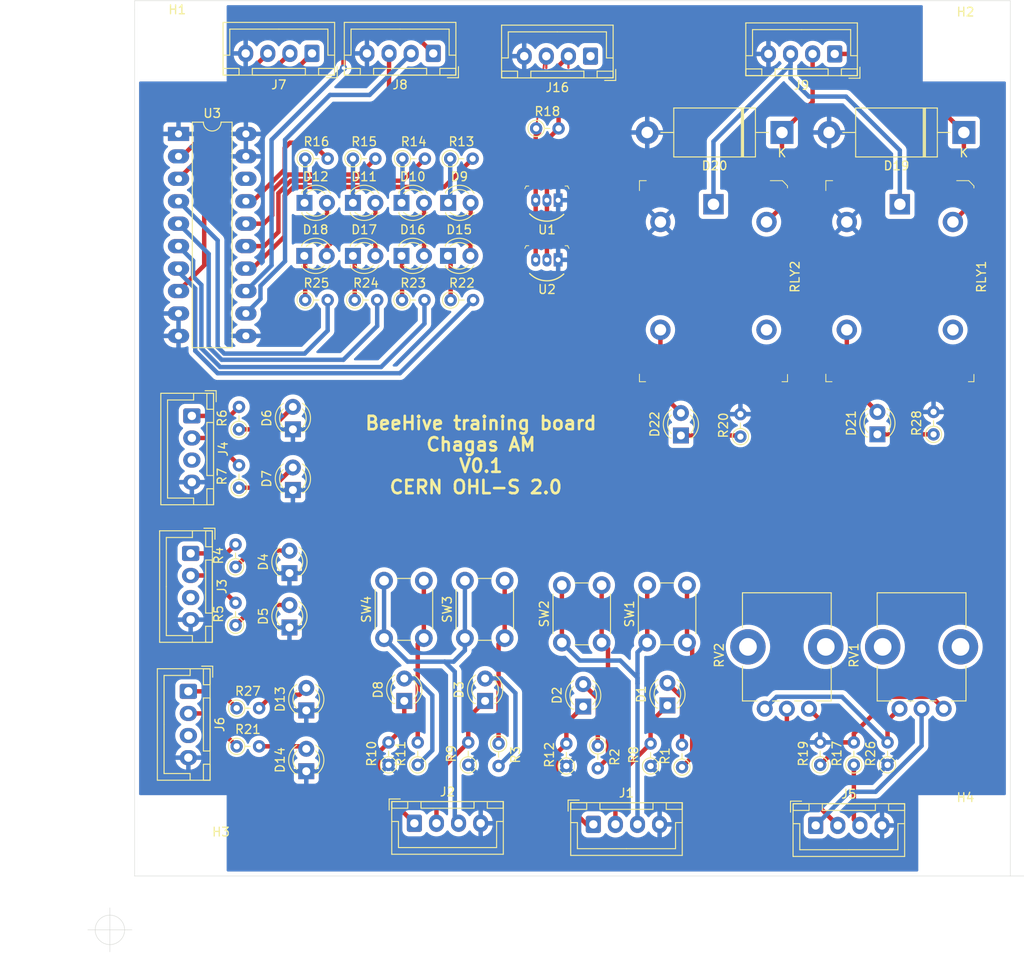
<source format=kicad_pcb>
(kicad_pcb (version 20211014) (generator pcbnew)
  (layers (0 "F.Cu" signal) (31 "B.Cu" signal) (34 "B.Paste" user) (35 "F.Paste" user) (36 "B.SilkS" user "B.Silkscreen") (37 "F.SilkS" user "F.Silkscreen") (38 "B.Mask" user) (39 "F.Mask" user) (44 "Edge.Cuts" user))
  (net 0 "")
  (net 1 "Net-(D1-Pad1)")
  (net 2 "Net-(D2-Pad1)")
  (net 3 "Net-(D2-Pad2)")
  (net 4 "Net-(D3-Pad1)")
  (net 5 "Net-(D3-Pad2)")
  (net 6 "GND")
  (net 7 "Net-(D4-Pad2)")
  (net 8 "Net-(D5-Pad2)")
  (net 9 "Net-(D6-Pad2)")
  (net 10 "Net-(D7-Pad2)")
  (net 11 "Net-(D8-Pad1)")
  (net 12 "Net-(D8-Pad2)")
  (net 13 "Net-(D9-Pad1)")
  (net 14 "Net-(D11-Pad1)")
  (net 15 "Net-(D13-Pad2)")
  (net 16 "Net-(J6-Pad2)")
  (net 17 "Net-(J6-Pad1)")
  (net 18 "Net-(D14-Pad2)")
  (net 19 "Net-(D15-Pad1)")
  (net 20 "Net-(D16-Pad1)")
  (net 21 "Net-(D17-Pad1)")
  (net 22 "+5V")
  (net 23 "Net-(J3-Pad2)")
  (net 24 "Net-(J3-Pad1)")
  (net 25 "Net-(J4-Pad1)")
  (net 26 "Net-(J4-Pad2)")
  (net 27 "Net-(J5-Pad1)")
  (net 28 "Net-(J5-Pad2)")
  (net 29 "Net-(J7-Pad1)")
  (net 30 "Net-(J8-Pad1)")
  (net 31 "Net-(R1-Pad1)")
  (net 32 "Net-(R2-Pad2)")
  (net 33 "Net-(R17-Pad2)")
  (net 35 "Net-(J16-Pad2)")
  (net 36 "Net-(R26-Pad2)")
  (net 39 "Net-(D1-Pad2)")
  (net 40 "Net-(D21-Pad1)")
  (net 41 "Net-(D21-Pad2)")
  (net 42 "Net-(D22-Pad2)")
  (net 43 "Net-(D22-Pad1)")
  (net 44 "Net-(J7-Pad2)")
  (net 45 "Net-(J8-Pad2)")
  (net 47 "Net-(R14-Pad1)")
  (net 48 "Net-(R16-Pad1)")
  (net 49 "Net-(R3-Pad1)")
  (net 50 "Net-(R11-Pad2)")
  (net 51 "Net-(D19-Pad1)")
  (net 52 "Net-(D20-Pad1)")
  (net 53 "Net-(R25-Pad1)")
  (net 54 "Net-(U3-Pad14)")
  (net 55 "Net-(U3-Pad15)")
  (net 56 "Net-(U3-Pad16)")
  (net 57 "Net-(U3-Pad17)")
  (net 58 "Net-(U3-Pad7)")
  (net 59 "Net-(U3-Pad6)")
  (net 60 "Net-(R24-Pad2)")
  (net 61 "Net-(U3-Pad4)")
  (footprint "LED_THT:LED_D3.0mm" (layer "F.Cu") (at 97.099 100.076 90)
    (fp_text reference "D1")
    (fp_text value "LED")
  )
  (footprint "LED_THT:LED_D3.0mm" (layer "F.Cu") (at 76.478 99.568 90)
    (fp_text reference "D3")
    (fp_text value "LED")
  )
  (footprint "LED_THT:LED_D3.0mm" (layer "F.Cu") (at 54.346 85.103 90)
    (fp_text reference "D4")
    (fp_text value "LED")
  )
  (footprint "LED_THT:LED_D3.0mm" (layer "F.Cu") (at 54.346 91.254 90)
    (fp_text reference "D5")
    (fp_text value "LED")
  )
  (footprint "LED_THT:LED_D3.0mm" (layer "F.Cu") (at 54.737 68.834 90)
    (fp_text reference "D6")
    (fp_text value "LED")
  )
  (footprint "LED_THT:LED_D3.0mm" (layer "F.Cu") (at 54.737 75.692 90)
    (fp_text reference "D7")
    (fp_text value "LED")
  )
  (footprint "LED_THT:LED_D3.0mm" (layer "F.Cu") (at 67.334 99.568 90)
    (fp_text reference "D8")
    (fp_text value "LED")
  )
  (footprint "LED_THT:LED_D3.0mm" (layer "F.Cu") (at 72.3 43.2)
    (fp_text reference "D9")
    (fp_text value "LED")
  )
  (footprint "LED_THT:LED_D3.0mm" (layer "F.Cu") (at 67.025 43.2)
    (fp_text reference "D10")
    (fp_text value "LED")
  )
  (footprint "LED_THT:LED_D3.0mm" (layer "F.Cu") (at 61.525 43.2)
    (fp_text reference "D11")
    (fp_text value "LED")
  )
  (footprint "LED_THT:LED_D3.0mm" (layer "F.Cu") (at 56.05 43.2)
    (fp_text reference "D12")
    (fp_text value "LED")
  )
  (footprint "LED_THT:LED_D3.0mm" (layer "F.Cu") (at 56.25 100.642 90)
    (fp_text reference "D13")
    (fp_text value "LED")
  )
  (footprint "LED_THT:LED_D3.0mm" (layer "F.Cu") (at 56.25 107.525 90)
    (fp_text reference "D14")
    (fp_text value "LED")
  )
  (footprint "LED_THT:LED_D3.0mm" (layer "F.Cu") (at 72.275 49.2)
    (fp_text reference "D15")
    (fp_text value "LED")
  )
  (footprint "LED_THT:LED_D3.0mm" (layer "F.Cu") (at 67.025 49.2)
    (fp_text reference "D16")
    (fp_text value "LED")
  )
  (footprint "LED_THT:LED_D3.0mm" (layer "F.Cu") (at 61.525 49.2)
    (fp_text reference "D17")
    (fp_text value "LED")
  )
  (footprint "LED_THT:LED_D3.0mm" (layer "F.Cu") (at 56.025 49.2)
    (fp_text reference "D18")
    (fp_text value "LED")
  )
  (footprint "Connector_JST:JST_XH_B4B-XH-A_1x04_P2.50mm_Vertical" (layer "F.Cu") (at 88.717 113.538)
    (fp_text reference "J1")
    (fp_text value "Conn_01x04")
  )
  (footprint "Connector_JST:JST_XH_B4B-XH-A_1x04_P2.50mm_Vertical" (layer "F.Cu") (at 68.477 113.411)
    (fp_text reference "J2")
    (fp_text value "Conn_01x04")
  )
  (footprint "Connector_JST:JST_XH_B4B-XH-A_1x04_P2.50mm_Vertical" (layer "F.Cu") (at 43.17 82.872 -90)
    (fp_text reference "J3")
    (fp_text value "Conn_01x04")
  )
  (footprint "Connector_JST:JST_XH_B4B-XH-A_1x04_P2.50mm_Vertical" (layer "F.Cu") (at 43.307 67.31 -90)
    (fp_text reference "J4")
    (fp_text value "Conn_01x04")
  )
  (footprint "Connector_JST:JST_XH_B4B-XH-A_1x04_P2.50mm_Vertical" (layer "F.Cu") (at 113.869999 113.657999)
    (fp_text reference "J5")
    (fp_text value "Conn_01x04")
  )
  (footprint "Resistor_THT:R_Axial_DIN0204_L3.6mm_D1.6mm_P2.54mm_Vertical" (layer "F.Cu") (at 98.75 107.061 90)
    (fp_text reference "R1")
    (fp_text value "220")
  )
  (footprint "Resistor_THT:R_Axial_DIN0204_L3.6mm_D1.6mm_P2.54mm_Vertical" (layer "F.Cu") (at 89.225 104.648 -90)
    (fp_text reference "R2")
    (fp_text value "220")
  )
  (footprint "Resistor_THT:R_Axial_DIN0204_L3.6mm_D1.6mm_P2.54mm_Vertical" (layer "F.Cu") (at 78.002 104.394 -90)
    (fp_text reference "R3")
    (fp_text value "220")
  )
  (footprint "Resistor_THT:R_Axial_DIN0204_L3.6mm_D1.6mm_P2.54mm_Vertical" (layer "F.Cu") (at 48.25 84.396 90)
    (fp_text reference "R4")
    (fp_text value "220")
  )
  (footprint "Resistor_THT:R_Axial_DIN0204_L3.6mm_D1.6mm_P2.54mm_Vertical" (layer "F.Cu") (at 48.25 91 90)
    (fp_text reference "R5")
    (fp_text value "220")
  )
  (footprint "Resistor_THT:R_Axial_DIN0204_L3.6mm_D1.6mm_P2.54mm_Vertical" (layer "F.Cu") (at 48.641 68.834 90)
    (fp_text reference "R6")
    (fp_text value "220")
  )
  (footprint "Resistor_THT:R_Axial_DIN0204_L3.6mm_D1.6mm_P2.54mm_Vertical" (layer "F.Cu") (at 48.641 75.438 90)
    (fp_text reference "R7")
    (fp_text value "220")
  )
  (footprint "Resistor_THT:R_Axial_DIN0204_L3.6mm_D1.6mm_P2.54mm_Vertical" (layer "F.Cu") (at 95.194 106.934 90)
    (fp_text reference "R8")
    (fp_text value "1k")
  )
  (footprint "Resistor_THT:R_Axial_DIN0204_L3.6mm_D1.6mm_P2.54mm_Vertical" (layer "F.Cu") (at 74.573 106.807 90)
    (fp_text reference "R9")
    (fp_text value "1k")
  )
  (footprint "Resistor_THT:R_Axial_DIN0204_L3.6mm_D1.6mm_P2.54mm_Vertical" (layer "F.Cu") (at 65.556 106.807 90)
    (fp_text reference "R10")
    (fp_text value "1k")
  )
  (footprint "Resistor_THT:R_Axial_DIN0204_L3.6mm_D1.6mm_P2.54mm_Vertical" (layer "F.Cu") (at 68.858 106.807 90)
    (fp_text reference "R11")
    (fp_text value "220")
  )
  (footprint "Resistor_THT:R_Axial_DIN0204_L3.6mm_D1.6mm_P2.54mm_Vertical" (layer "F.Cu") (at 85.669 106.934 90)
    (fp_text reference "R12")
    (fp_text value "1k")
  )
  (footprint "Resistor_THT:R_Axial_DIN0204_L3.6mm_D1.6mm_P2.54mm_Vertical" (layer "F.Cu") (at 72.53 38.2)
    (fp_text reference "R13")
    (fp_text value "560")
  )
  (footprint "Resistor_THT:R_Axial_DIN0204_L3.6mm_D1.6mm_P2.54mm_Vertical" (layer "F.Cu") (at 67.13 38.2)
    (fp_text reference "R14")
    (fp_text value "560")
  )
  (footprint "Resistor_THT:R_Axial_DIN0204_L3.6mm_D1.6mm_P2.54mm_Vertical" (layer "F.Cu") (at 61.53 38.2)
    (fp_text reference "R15")
    (fp_text value "560")
  )
  (footprint "Resistor_THT:R_Axial_DIN0204_L3.6mm_D1.6mm_P2.54mm_Vertical" (layer "F.Cu") (at 56.13 38.2)
    (fp_text reference "R16")
    (fp_text value "560")
  )
  (footprint "Resistor_THT:R_Axial_DIN0204_L3.6mm_D1.6mm_P2.54mm_Vertical" (layer "F.Cu") (at 118.187999 106.799999 90)
    (fp_text reference "R17")
    (fp_text value "220")
  )
  (footprint "Resistor_THT:R_Axial_DIN0204_L3.6mm_D1.6mm_P2.54mm_Vertical" (layer "F.Cu") (at 82.249 34.775)
    (fp_text reference "R18")
    (fp_text value "4.7k")
  )
  (footprint "Resistor_THT:R_Axial_DIN0204_L3.6mm_D1.6mm_P2.54mm_Vertical" (layer "F.Cu") (at 114.377999 106.799999 90)
    (fp_text reference "R19")
    (fp_text value "330")
  )
  (footprint "Resistor_THT:R_Axial_DIN0204_L3.6mm_D1.6mm_P2.54mm_Vertical" (layer "F.Cu") (at 105.356 69.654 90)
    (fp_text reference "R20")
    (fp_text value "560")
  )
  (footprint "Resistor_THT:R_Axial_DIN0204_L3.6mm_D1.6mm_P2.54mm_Vertical" (layer "F.Cu") (at 48.376 104.706)
    (fp_text reference "R21")
    (fp_text value "560")
  )
  (footprint "Resistor_THT:R_Axial_DIN0204_L3.6mm_D1.6mm_P2.54mm_Vertical" (layer "F.Cu") (at 72.58 54.2)
    (fp_text reference "R22")
    (fp_text value "560")
  )
  (footprint "Resistor_THT:R_Axial_DIN0204_L3.6mm_D1.6mm_P2.54mm_Vertical" (layer "F.Cu") (at 67.08 54.2)
    (fp_text reference "R23")
    (fp_text value "560")
  )
  (footprint "Resistor_THT:R_Axial_DIN0204_L3.6mm_D1.6mm_P2.54mm_Vertical" (layer "F.Cu") (at 61.73 54.2)
    (fp_text reference "R24")
    (fp_text value "560")
  )
  (footprint "Resistor_THT:R_Axial_DIN0204_L3.6mm_D1.6mm_P2.54mm_Vertical" (layer "F.Cu") (at 56.13 54.2)
    (fp_text reference "R25")
    (fp_text value "560")
  )
  (footprint "Potentiometer_THT:Potentiometer_Alps_RK09K_Single_Vertical" (layer "F.Cu") (at 128.347999 100.449999 90)
    (fp_text reference "RV1")
    (fp_text value "1k")
  )
  (footprint "Potentiometer_THT:Potentiometer_Alps_RK09K_Single_Vertical" (layer "F.Cu") (at 113.107999 100.449999 90)
    (fp_text reference "RV2")
    (fp_text value "1k")
  )
  (footprint "Button_Switch_THT:SW_PUSH_6mm" (layer "F.Cu") (at 94.813 92.964 90)
    (fp_text reference "SW1")
    (fp_text value "SW_Push")
  )
  (footprint "Button_Switch_THT:SW_PUSH_6mm" (layer "F.Cu") (at 85.161 92.964 90)
    (fp_text reference "SW2")
    (fp_text value "SW_Push")
  )
  (footprint "Button_Switch_THT:SW_PUSH_6mm" (layer "F.Cu") (at 74.192 92.456 90)
    (fp_text reference "SW3")
    (fp_text value "SW_Push")
  )
  (footprint "Button_Switch_THT:SW_PUSH_6mm" (layer "F.Cu") (at 65.048 92.456 90)
    (fp_text reference "SW4")
    (fp_text value "SW_Push")
  )
  (footprint "digikey-footprints:TO-92-3" (layer "F.Cu") (at 84.739 42.9 180)
    (fp_text reference "U1")
    (fp_text value "DS18S20_")
  )
  (footprint "digikey-footprints:TO-92-3" (layer "F.Cu") (at 84.739 49.65 180)
    (fp_text reference "U2")
    (fp_text value "DS18S20_")
  )
  (footprint "Connector_JST:JST_XH_B4B-XH-A_1x04_P2.50mm_Vertical" (layer "F.Cu") (at 88.4 26.6 180)
    (fp_text reference "J16")
    (fp_text value "Conn_01x04")
  )
  (footprint "Resistor_THT:R_Axial_DIN0204_L3.6mm_D1.6mm_P2.54mm_Vertical" (layer "F.Cu") (at 121.997999 106.799999 90)
    (fp_text reference "R26")
    (fp_text value "330")
  )
  (footprint "LED_THT:LED_D3.0mm" (layer "F.Cu") (at 87.574 100.203 90)
    (fp_text reference "D2")
    (fp_text value "LED")
  )
  (footprint "LED_THT:LED_D3.0mm" (layer "F.Cu") (at 120.85 69.4 90)
    (fp_text reference "D21")
    (fp_text value "LED")
  )
  (footprint "LED_THT:LED_D3.0mm" (layer "F.Cu") (at 98.625 69.527 90)
    (fp_text reference "D22")
    (fp_text value "LED")
  )
  (footprint "Connector_JST:JST_XH_B4B-XH-A_1x04_P2.50mm_Vertical" (layer "F.Cu") (at 56.896 26.289 180)
    (fp_text reference "J7")
    (fp_text value "Conn_01x04")
  )
  (footprint "Connector_JST:JST_XH_B4B-XH-A_1x04_P2.50mm_Vertical" (layer "F.Cu") (at 70.612 26.289 180)
    (fp_text reference "J8")
    (fp_text value "Conn_01x04")
  )
  (footprint "Connector_JST:JST_XH_B4B-XH-A_1x04_P2.50mm_Vertical" (layer "F.Cu") (at 116.024 26.347 180)
    (fp_text reference "J9")
    (fp_text value "Conn_01x04")
  )
  (footprint "Resistor_THT:R_Axial_DIN0204_L3.6mm_D1.6mm_P2.54mm_Vertical" (layer "F.Cu") (at 48.376 100.388)
    (fp_text reference "R27")
    (fp_text value "560")
  )
  (footprint "Resistor_THT:R_Axial_DIN0204_L3.6mm_D1.6mm_P2.54mm_Vertical" (layer "F.Cu") (at 127.2 69.4 90)
    (fp_text reference "R28")
    (fp_text value "560")
  )
  (footprint "digikey-footprints:Relay_THT_G5LE-14" (layer "F.Cu") (at 123.39 43.365 -90)
    (fp_text reference "RLY1")
    (fp_text value "G5LE-14_DC5")
  )
  (footprint "digikey-footprints:Relay_THT_G5LE-14" (layer "F.Cu") (at 102.308 43.365 -90)
    (fp_text reference "RLY2")
    (fp_text value "G5LE-14_DC5")
  )
  (footprint "Package_DIP:DIP-20_W7.62mm_LongPads" (layer "F.Cu") (at 41.8 35.4)
    (fp_text reference "U3")
    (fp_text value "TPIC6595")
  )
  (footprint "Connector_JST:JST_XH_B4B-XH-A_1x04_P2.50mm_Vertical" (layer "F.Cu") (at 42.915 98.483 -90)
    (fp_text reference "J6")
    (fp_text value "Conn_01x04")
  )
  (footprint "Diode_THT:D_DO-201AE_P15.24mm_Horizontal" (layer "F.Cu") (at 130.629 35.237 180)
    (fp_text reference "D19")
    (fp_text value "D_Schottky")
  )
  (footprint "Diode_THT:D_DO-201AE_P15.24mm_Horizontal" (layer "F.Cu") (at 110.055 35.237 180)
    (fp_text reference "D20")
    (fp_text value "D_Schottky")
  )
  (footprint "MountingHole:MountingHole_3.2mm_M3_DIN965" (layer "F.Cu") (at 130.81 25.4)
    (fp_text reference "H2")
    (fp_text value "MountingHole")
  )
  (footprint "MountingHole:MountingHole_3.2mm_M3_DIN965" (layer "F.Cu") (at 41.91 114.3)
    (fp_text reference "H3")
    (fp_text value "MountingHole")
  )
  (footprint "MountingHole:MountingHole_3.2mm_M3_DIN965" (layer "F.Cu") (at 130.81 114.3)
    (fp_text reference "H4")
    (fp_text value "MountingHole")
  )
  (footprint "MountingHole:MountingHole_3.2mm_M3_DIN965" (layer "F.Cu") (at 41.656 25.146)
    (fp_text reference "H1")
    (fp_text value "MountingHole")
  )
  (gr_line (start 83.219 26.775) (end 82.249 34.775) (layer "F.Cu") (width 0.2))
  (gr_line (start 36.83 20.32) (end 36.83 21.336) (layer "Edge.Cuts") (width 0.05))
  (gr_line (start 135.89 20.32) (end 36.83 20.32) (layer "Edge.Cuts") (width 0.05))
  (gr_line (start 135.89 119.38) (end 135.89 20.32) (layer "Edge.Cuts") (width 0.05))
  (gr_line (start 36.83 119.38) (end 137.414 119.38) (layer "Edge.Cuts") (width 0.05))
  (gr_line (start 36.83 21.336) (end 36.83 119.38) (layer "Edge.Cuts") (width 0.05))
  (gr_text "BeeHive training board\nChagas AM\nV0.1\nCERN OHL-S 2.0 " (at 76 71.75) (layer "F.SilkS") (effects (font (size 1.5 1.5) (thickness 0.3))))
  (target plus (at 34.036 125.476) (size 5) (width 0.05) (layer "Edge.Cuts"))
  (segment (start 95.194 104.394) (end 91.217 108.371) (width 0.5) (layer "F.Cu") (net 1))
  (segment (start 95.194 101.981) (end 97.099 100.076) (width 0.5) (layer "F.Cu") (net 1))
  (segment (start 95.194 104.394) (end 95.194 101.981) (width 0.5) (layer "F.Cu") (net 1))
  (segment (start 91.217 108.371) (end 91.217 113.538) (width 0.5) (layer "F.Cu") (net 1))
  (segment (start 87.955 113.538) (end 84.518999 110.101999) (width 0.5) (layer "F.Cu") (net 2))
  (segment (start 88.717 113.538) (end 87.955 113.538) (width 0.5) (layer "F.Cu") (net 2))
  (segment (start 84.518999 110.101999) (end 84.518999 105.544001) (width 0.5) (layer "F.Cu") (net 2))
  (segment (start 84.518999 105.544001) (end 85.669 104.394) (width 0.5) (layer "F.Cu") (net 2))
  (segment (start 85.669 102.108) (end 87.574 100.203) (width 0.5) (layer "F.Cu") (net 2))
  (segment (start 85.669 104.394) (end 85.669 102.108) (width 0.5) (layer "F.Cu") (net 2))
  (segment (start 89.225 99.314) (end 87.574 97.663) (width 0.5) (layer "F.Cu") (net 3))
  (segment (start 89.225 104.648) (end 89.225 99.314) (width 0.5) (layer "F.Cu") (net 3))
  (segment (start 74.573 104.267) (end 74.573 101.473) (width 0.5) (layer "F.Cu") (net 4))
  (segment (start 74.573 104.267) (end 70.977 107.863) (width 0.5) (layer "F.Cu") (net 4))
  (segment (start 74.573 101.473) (end 76.478 99.568) (width 0.5) (layer "F.Cu") (net 4))
  (segment (start 70.977 107.863) (end 70.977 113.411) (width 0.5) (layer "F.Cu") (net 4))
  (segment (start 76.478 97.028) (end 78.256 97.028) (width 0.5) (layer "B.Cu") (net 5))
  (segment (start 79.907 98.679) (end 79.907 105.029) (width 0.5) (layer "B.Cu") (net 5))
  (segment (start 79.907 105.029) (end 78.002 106.934) (width 0.5) (layer "B.Cu") (net 5))
  (segment (start 78.256 97.028) (end 79.907 98.679) (width 0.5) (layer "B.Cu") (net 5))
  (segment (start 54.346 82.563) (end 54.341 82.558) (width 0.5) (layer "F.Cu") (net 7))
  (segment (start 54.341 82.558) (end 50.088 82.558) (width 0.5) (layer "F.Cu") (net 7))
  (segment (start 50.088 82.558) (end 48.25 84.396) (width 0.5) (layer "F.Cu") (net 7))
  (segment (start 54.346 88.714) (end 50.536 88.714) (width 0.5) (layer "F.Cu") (net 8))
  (segment (start 50.536 88.714) (end 48.25 91) (width 0.5) (layer "F.Cu") (net 8))
  (segment (start 52.197 68.834) (end 54.737 66.294) (width 0.5) (layer "F.Cu") (net 9))
  (segment (start 48.641 68.834) (end 52.197 68.834) (width 0.5) (layer "F.Cu") (net 9))
  (segment (start 48.641 75.438) (end 52.451 75.438) (width 0.5) (layer "F.Cu") (net 10))
  (segment (start 52.451 75.438) (end 54.737 73.152) (width 0.5) (layer "F.Cu") (net 10))
  (segment (start 64.405999 109.339999) (end 68.477 113.411) (width 0.5) (layer "F.Cu") (net 11))
  (segment (start 67.334 99.568) (end 67.334 102.489) (width 0.5) (layer "F.Cu") (net 11))
  (segment (start 65.556 104.267) (end 64.405999 105.417001) (width 0.5) (layer "F.Cu") (net 11))
  (segment (start 67.334 102.489) (end 65.556 104.267) (width 0.5) (layer "F.Cu") (net 11))
  (segment (start 64.405999 105.417001) (end 64.405999 109.339999) (width 0.5) (layer "F.Cu") (net 11))
  (segment (start 67.334 99.568) (end 67.334 102.616) (width 0.25) (layer "F.Cu") (net 11))
  (segment (start 70.509 98.933) (end 70.509 105.156) (width 0.5) (layer "B.Cu") (net 12))
  (segment (start 67.334 97.028) (end 68.604 97.028) (width 0.5) (layer "B.Cu") (net 12))
  (segment (start 70.509 105.156) (end 68.858 106.807) (width 0.5) (layer "B.Cu") (net 12))
  (segment (start 68.604 97.028) (end 70.509 98.933) (width 0.5) (layer "B.Cu") (net 12))
  (segment (start 72.53 42.97) (end 72.3 43.2) (width 0.5) (layer "B.Cu") (net 13))
  (segment (start 72.53 38.2) (end 72.53 42.97) (width 0.5) (layer "B.Cu") (net 13))
  (segment (start 61.53 38.2) (end 61.53 43.195) (width 0.5) (layer "B.Cu") (net 14))
  (segment (start 61.53 43.195) (end 61.525 43.2) (width 0.5) (layer "B.Cu") (net 14))
  (segment (start 52.44 98.864) (end 55.488 98.864) (width 0.5) (layer "F.Cu") (net 15))
  (segment (start 50.916 100.388) (end 52.44 98.864) (width 0.5) (layer "F.Cu") (net 15))
  (segment (start 55.488 98.864) (end 56.25 98.102) (width 0.5) (layer "F.Cu") (net 15))
  (segment (start 44.653 100.983) (end 42.915 100.983) (width 0.5) (layer "F.Cu") (net 16))
  (segment (start 48.376 104.706) (end 44.653 100.983) (width 0.5) (layer "F.Cu") (net 16))
  (segment (start 42.915 98.483) (end 46.471 98.483) (width 0.5) (layer "F.Cu") (net 17))
  (segment (start 46.471 98.483) (end 48.376 100.388) (width 0.5) (layer "F.Cu") (net 17))
  (segment (start 50.916 104.706) (end 55.971 104.706) (width 0.5) (layer "F.Cu") (net 18))
  (segment (start 55.971 104.706) (end 56.25 104.985) (width 0.5) (layer "F.Cu") (net 18))
  (segment (start 72.58 54.2) (end 72.58 49.505) (width 0.5) (layer "F.Cu") (net 19))
  (segment (start 72.58 49.505) (end 72.275 49.2) (width 0.5) (layer "F.Cu") (net 19))
  (segment (start 67.08 54.2) (end 67.08 49.255) (width 0.5) (layer "F.Cu") (net 20))
  (segment (start 67.08 49.255) (end 67.025 49.2) (width 0.5) (layer "F.Cu") (net 20))
  (segment (start 61.73 54.2) (end 61.73 49.405) (width 0.5) (layer "F.Cu") (net 21))
  (segment (start 61.73 49.405) (end 61.525 49.2) (width 0.5) (layer "F.Cu") (net 21))
  (segment (start 78 37) (end 78 45) (width 0.5) (layer "F.Cu") (net 22))
  (segment (start 42.2 37.94) (end 44.704 35.436) (width 0.5) (layer "F.Cu") (net 22))
  (segment (start 75.5 34.5) (end 78 37) (width 0.5) (layer "F.Cu") (net 22))
  (segment (start 68.4 46) (end 67.792 46) (width 0.5) (layer "F.Cu") (net 22))
  (segment (start 82.199 49.65) (end 82.199 43.326516) (width 0.5) (layer "F.Cu") (net 22))
  (segment (start 82.199 43.326516) (end 82.197407 43.324923) (width 0.5) (layer "F.Cu") (net 22))
  (segment (start 74.84 43.2) (end 74.84 44.96) (width 0.5) (layer "F.Cu") (net 22))
  (segment (start 64.065 44.735) (end 64.065 43.2) (width 0.5) (layer "F.Cu") (net 22))
  (segment (start 72.924 46) (end 74.815 47.891) (width 0.5) (layer "F.Cu") (net 22))
  (segment (start 69.565 44.835) (end 68.4 46) (width 0.5) (layer "F.Cu") (net 22))
  (segment (start 65.6 46) (end 64.065 47.535) (width 0.5) (layer "F.Cu") (net 22))
  (segment (start 72.924 46) (end 68.4 46) (width 0.5) (layer "F.Cu") (net 22))
  (segment (start 83.4 27.95) (end 83.4 26.6) (width 0.25) (layer "F.Cu") (net 22))
  (segment (start 58.59 43.2) (end 58.59 44.79) (width 0.5) (layer "F.Cu") (net 22))
  (segment (start 74.84 44.96) (end 73.8 46) (width 0.5) (layer "F.Cu") (net 22))
  (segment (start 77 46) (end 73.8 46) (width 0.5) (layer "F.Cu") (net 22))
  (segment (start 44.704 35.436) (end 44.704 33.481) (width 0.5) (layer "F.Cu") (net 22))
  (segment (start 60.8 46) (end 58.565 48.235) (width 0.5) (layer "F.Cu") (net 22))
  (segment (start 73.8 46) (end 72.924 46) (width 0.5) (layer "F.Cu") (net 22))
  (segment (start 78 45) (end 77 46) (width 0.5) (layer "F.Cu") (net 22))
  (segment (start 70 34.5) (end 75.5 34.5) (width 0.5) (layer "F.Cu") (net 22))
  (segment (start 59.8 46) (end 60.8 46) (width 0.5) (layer "F.Cu") (net 22))
  (segment (start 118.187999 112.975999) (end 118.869999 113.657999) (width 0.5) (layer "F.Cu") (net 22))
  (segment (start 67.792 46) (end 68.352 46) (width 0.5) (layer "F.Cu") (net 22))
  (segment (start 85.161 86.464) (end 85.161 92.964) (width 0.5) (layer "F.Cu") (net 22))
  (segment (start 68.352 46) (end 69.565 47.213) (width 0.5) (layer "F.Cu") (net 22))
  (segment (start 69.565 47.213) (end 69.565 49.2) (width 0.5) (layer "F.Cu") (net 22))
  (segment (start 65.612 30.112) (end 70 34.5) (width 0.5) (layer "F.Cu") (net 22))
  (segment (start 58.59 44.79) (end 59.8 46) (width 0.5) (layer "F.Cu") (net 22))
  (segment (start 60.8 46) (end 62.8 46) (width 0.5) (layer "F.Cu") (net 22))
  (segment (start 65.612 26.289) (end 65.612 30.112) (width 0.5) (layer "F.Cu") (net 22))
  (segment (start 67.792 46) (end 66 46) (width 0.5) (layer "F.Cu") (net 22))
  (segment (start 44.704 33.481) (end 51.896 26.289) (width 0.5) (layer "F.Cu") (net 22))
  (segment (start 69.565 43.2) (end 69.565 44.835) (width 0.5) (layer "F.Cu") (net 22))
  (segment (start 82.199 42.9) (end 82.199 35.597162) (width 0.5) (layer "F.Cu") (net 22))
  (segment (start 41.8 37.94) (end 42.2 37.94) (width 0.5) (layer "F.Cu") (net 22))
  (segment (start 74.815 47.891) (end 74.815 49.2) (width 0.5) (layer "F.Cu") (net 22))
  (segment (start 58.565 48.235) (end 58.565 49.2) (width 0.5) (layer "F.Cu") (net 22))
  (segment (start 64.065 47.535) (end 64.065 49.2) (width 0.5) (layer "F.Cu") (net 22))
  (segment (start 62.8 46) (end 64.065 44.735) (width 0.5) (layer "F.Cu") (net 22))
  (segment (start 82.199 35.597162) (end 82.588268 35.207894) (width 0.5) (layer "F.Cu") (net 22))
  (segment (start 118.187999 106.799999) (end 118.187999 112.975999) (width 0.5) (layer "F.Cu") (net 22))
  (segment (start 66 46) (end 65.6 46) (width 0.5) (layer "F.Cu") (net 22))
  (segment (start 94.813 86.464) (end 94.813 92.964) (width 0.5) (layer "F.Cu") (net 22))
  (segment (start 66 46) (end 62.8 46) (width 0.5) (layer "F.Cu") (net 22))
  (segment (start 87.193 94.996) (end 85.161 92.964) (width 0.5) (layer "B.Cu") (net 22))
  (segment (start 71.906 95.123) (end 67.715 95.123) (width 0.5) (layer "B.Cu") (net 22))
  (segment (start 74.192 92.456) (end 74.192 85.956) (width 0.5) (layer "B.Cu") (net 22))
  (segment (start 93.717 113.538) (end 93.717 97.616) (width 0.5) (layer "B.Cu") (net 22))
  (segment (start 93.717 97.616) (end 93.717 96.948) (width 0.5) (layer "B.Cu") (net 22))
  (segment (start 111.024 27.537) (end 102.308 36.253) (width 0.5) (layer "B.Cu") (net 22))
  (segment (start 73.477 113.411) (end 73.049 112.983) (width 0.5) (layer "B.Cu") (net 22))
  (segment (start 123.39 37.269) (end 123.39 43.365) (width 0.5) (layer "B.Cu") (net 22))
  (segment (start 93.717 96.44) (end 93.717 94.06) (width 0.5) (layer "B.Cu") (net 22))
  (segment (start 111.024 26.347) (end 111.024 27.537) (width 0.5) (layer "B.Cu") (net 22))
  (segment (start 111.024 26.347) (end 111.024 29.094) (width 0.5) (layer "B.Cu") (net 22))
  (segment (start 65.048 92.456) (end 65.048 85.956) (width 0.5) (layer "B.Cu") (net 22))
  (segment (start 67.715 95.123) (end 65.048 92.456) (width 0.5) (layer "B.Cu") (net 22))
  (segment (start 102.308 36.253) (end 102.308 43.365) (width 0.5) (layer "B.Cu") (net 22))
  (segment (start 71.906 95.123) (end 72.922 95.123) (width 0.5) (layer "B.Cu") (net 22))
  (segment (start 113.103 31.173) (end 117.294 31.173) (width 0.5) (layer "B.Cu") (net 22))
  (segment (start 93.717 97.616) (end 93.717 96.44) (width 0.5) (layer "B.Cu") (net 22))
  (segment (start 117.294 31.173) (end 123.39 37.269) (width 0.5) (layer "B.Cu") (net 22))
  (segment (start 91.765 94.996) (end 87.193 94.996) (width 0.5) (layer "B.Cu") (net 22))
  (segment (start 111.024 29.094) (end 113.103 31.173) (width 0.5) (layer "B.Cu") (net 22))
  (segment (start 72.922 95.123) (end 74.192 93.853) (width 0.5) (layer "B.Cu") (net 22))
  (segment (start 73.049 112.983) (end 73.049 96.266) (width 0.5) (layer "B.Cu") (net 22))
  (segment (start 74.192 93.853) (end 74.192 92.456) (width 0.5) (layer "B.Cu") (net 22))
  (segment (start 73.049 96.266) (end 71.906 95.123) (width 0.5) (layer "B.Cu") (net 22))
  (segment (start 93.717 94.06) (end 94.813 92.964) (width 0.5) (layer "B.Cu") (net 22))
  (segment (start 93.717 96.948) (end 91.765 94.996) (width 0.5) (layer "B.Cu") (net 22))
  (segment (start 42.916 85.372) (end 45.162 85.372) (width 0.5) (layer "F.Cu") (net 23))
  (segment (start 45.162 85.372) (end 48.25 88.46) (width 0.5) (layer "F.Cu") (net 23))
  (segment (start 42.916 82.872) (end 47.234 82.872) (width 0.5) (layer "F.Cu") (net 24))
  (segment (start 47.234 82.872) (end 48.25 81.856) (width 0.5) (layer "F.Cu") (net 24))
  (segment (start 47.625 67.31) (end 48.641 66.294) (width 0.5) (layer "F.Cu") (net 25))
  (segment (start 43.307 67.31) (end 47.625 67.31) (width 0.5) (layer "F.Cu") (net 25))
  (segment (start 43.307 69.81) (end 45.553 69.81) (width 0.5) (layer "F.Cu") (net 26))
  (segment (start 45.553 69.81) (end 48.641 72.898) (width 0.5) (layer "F.Cu") (net 26))
  (segment (start 117.679999 109.847999) (end 120.652001 109.847999) (width 0.5) (layer "B.Cu") (net 27))
  (segment (start 120.652001 109.847999) (end 125.847999 104.652001) (width 0.5) (layer "B.Cu") (net 27))
  (segment (start 125.847999 104.652001) (end 125.847999 100.449999) (width 0.5) (layer "B.Cu") (net 27))
  (segment (start 113.869999 113.657999) (end 117.679999 109.847999) (width 0.5) (layer "B.Cu") (net 27))
  (segment (start 110.607999 107.895999) (end 110.607999 100.449999) (width 0.5) (layer "F.Cu") (net 28))
  (segment (start 116.369999 113.657999) (end 110.607999 107.895999) (width 0.5) (layer "F.Cu") (net 28))
  (segment (start 46.736 34.036) (end 51.308 29.464) (width 0.5) (layer "F.Cu") (net 29))
  (segment (start 51.308 29.464) (end 53.721 29.464) (width 0.5) (layer "F.Cu") (net 29))
  (segment (start 44.704 50.276) (end 44.704 38.58127) (width 0.5) (layer "F.Cu") (net 29))
  (segment (start 46.736 36.54927) (end 46.736 34.036) (width 0.5) (layer "F.Cu") (net 29))
  (segment (start 44.704 38.58127) (end 46.736 36.54927) (width 0.5) (layer "F.Cu") (net 29))
  (segment (start 41.8 53.18) (end 44.704 50.276) (width 0.5) (layer "F.Cu") (net 29))
  (segment (start 53.721 29.464) (end 56.896 26.289) (width 0.5) (layer "F.Cu") (net 29))
  (segment (start 60.452 26.416) (end 63.5 23.368) (width 0.5) (layer "F.Cu") (net 30))
  (segment (start 70.612 26.289) (end 70.612 26.797) (width 0.5) (layer "F.Cu") (net 30))
  (segment (start 67.691 23.368) (end 70.612 26.289) (width 0.5) (layer "F.Cu") (net 30))
  (segment (start 63.5 23.368) (end 67.691 23.368) (width 0.5) (layer "F.Cu") (net 30))
  (segment (start 60.452 27.94) (end 60.452 26.416) (width 0.5) (layer "F.Cu") (net 30))
  (via (at 60.452 27.94) (size 0.8) (drill 0.4) (layers "F.Cu" "B.Cu") (net 30))
  (segment (start 49.42 53.18) (end 52.324 50.276) (width 0.5) (layer "B.Cu") (net 30))
  (segment (start 52.324 36.068) (end 60.452 27.94) (width 0.5) (layer "B.Cu") (net 30))
  (segment (start 52.324 50.276) (end 52.324 36.068) (width 0.5) (layer "B.Cu") (net 30))
  (segment (start 98.75 107.061) (end 99.900001 105.910999) (width 0.5) (layer "F.Cu") (net 31))
  (segment (start 99.313 92.964) (end 99.313 86.464) (width 0.5) (layer "F.Cu") (net 31))
  (segment (start 99.900001 105.910999) (end 99.900001 93.551001) (width 0.5) (layer "F.Cu") (net 31))
  (segment (start 99.900001 93.551001) (end 99.313 92.964) (width 0.5) (layer "F.Cu") (net 31))
  (segment (start 90.375001 106.037999) (end 90.375001 93.678001) (width 0.5) (layer "F.Cu") (net 32))
  (segment (start 89.661 86.464) (end 89.661 92.964) (width 0.5) (layer "F.Cu") (net 32))
  (segment (start 90.375001 93.678001) (end 89.661 92.964) (width 0.5) (layer "F.Cu") (net 32))
  (segment (start 89.225 107.188) (end 90.375001 106.037999) (width 0.5) (layer "F.Cu") (net 32))
  (segment (start 118.187999 104.259999) (end 118.187999 103.27005) (width 0.5) (layer "F.Cu") (net 33))
  (segment (start 118.187999 104.259999) (end 116.917999 104.259999) (width 0.5) (layer "F.Cu") (net 33))
  (segment (start 116.917999 104.259999) (end 114.377999 106.799999) (width 0.5) (layer "F.Cu") (net 33))
  (segment (start 122.358051 99.099998) (end 126.997998 99.099998) (width 0.5) (layer "F.Cu") (net 33))
  (segment (start 116.917999 104.259999) (end 113.107999 100.449999) (width 0.5) (layer "F.Cu") (net 33))
  (segment (start 118.187999 103.27005) (end 122.358051 99.099998) (width 0.5) (layer "F.Cu") (net 33))
  (segment (start 126.997998 99.099998) (end 128.347999 100.449999) (width 0.5) (layer "F.Cu") (net 33))
  (segment (start 83.469 42.9) (end 83.469 36.095) (width 0.5) (layer "F.Cu") (net 35))
  (segment (start 84.789 34.775) (end 84.789 27.711) (width 0.5) (layer "F.Cu") (net 35))
  (segment (start 83.469 36.095) (end 84.789 34.775) (width 0.5) (layer "F.Cu") (net 35))
  (segment (start 84.789 27.711) (end 85.9 26.6) (width 0.5) (layer "F.Cu") (net 35))
  (segment (start 83.469 49.65) (end 83.469 42.9) (width 0.5) (layer "F.Cu") (net 35))
  (segment (start 85.9 26.6) (end 85.9 27.91) (width 0.25) (layer "F.Cu") (net 35))
  (segment (start 121.997999 101.799999) (end 123.347999 100.449999) (width 0.5) (layer "F.Cu") (net 36))
  (segment (start 121.997999 104.259999) (end 121.997999 101.799999) (width 0.5) (layer "F.Cu") (net 36))
  (segment (start 116.837998 99.099998) (end 121.997999 104.259999) (width 0.5) (layer "B.Cu") (net 36))
  (segment (start 109.458 99.099998) (end 116.837998 99.099998) (width 0.5) (layer "B.Cu") (net 36))
  (segment (start 108.107999 100.449999) (end 109.458 99.099998) (width 0.5) (layer "B.Cu") (net 36))
  (segment (start 98.75 99.187) (end 98.75 104.521) (width 0.5) (layer "F.Cu") (net 39))
  (segment (start 97.099 97.536) (end 98.75 99.187) (width 0.5) (layer "F.Cu") (net 39))
  (segment (start 120.85 69.4) (end 127.2 69.4) (width 0.5) (layer "F.Cu") (net 40))
  (segment (start 117.39 57.565) (end 117.39 63.4) (width 0.5) (layer "F.Cu") (net 41))
  (segment (start 117.39 63.4) (end 120.85 66.86) (width 0.5) (layer "F.Cu") (net 41))
  (segment (start 96.308 57.565) (end 96.308 64.67) (width 0.5) (layer "F.Cu") (net 42))
  (segment (start 96.308 64.67) (end 98.625 66.987) (width 0.5) (layer "F.Cu") (net 42))
  (segment (start 105.229 69.527) (end 105.356 69.654) (width 0.5) (layer "F.Cu") (net 43))
  (segment (start 98.625 69.527) (end 105.229 69.527) (width 0.5) (layer "F.Cu") (net 43))
  (segment (start 41.8 40.48) (end 41.816 40.48) (width 0.5) (layer "F.Cu") (net 44))
  (segment (start 50.8 28.448) (end 52.237 28.448) (width 0.5) (layer "F.Cu") (net 44))
  (segment (start 45.72 36.576) (end 45.72 33.528) (width 0.5) (layer "F.Cu") (net 44))
  (segment (start 52.237 28.448) (end 54.396 26.289) (width 0.5) (layer "F.Cu") (net 44))
  (segment (start 41.816 40.48) (end 45.72 36.576) (width 0.5) (layer "F.Cu") (net 44))
  (segment (start 45.72 33.528) (end 50.8 28.448) (width 0.5) (layer "F.Cu") (net 44))
  (segment (start 63.413 30.988) (end 68.112 26.289) (width 0.5) (layer "B.Cu") (net 45))
  (segment (start 51.06952 52.59352) (end 53.848 49.81504) (width 0.5) (layer "B.Cu") (net 45))
  (segment (start 53.848 36.068) (end 58.928 30.988) (width 0.5) (layer "B.Cu") (net 45))
  (segment (start 49.42 55.72) (end 51.06952 54.07048) (width 0.5) (layer "B.Cu") (net 45))
  (segment (start 51.06952 54.07048) (end 51.06952 52.59352) (width 0.5) (layer "B.Cu") (net 45))
  (segment (start 53.848 49.81504) (end 53.848 36.068) (width 0.5) (layer "B.Cu") (net 45))
  (segment (start 58.928 30.988) (end 63.413 30.988) (width 0.5) (layer "B.Cu") (net 45))
  (segment (start 67.13 43.095) (end 67.025 43.2) (width 0.5) (layer "B.Cu") (net 47))
  (segment (start 67.13 38.2) (end 67.13 43.095) (width 0.5) (layer "B.Cu") (net 47))
  (segment (start 56.13 38.2) (end 56.13 43.12) (width 0.5) (layer "B.Cu") (net 48))
  (segment (start 56.13 43.12) (end 56.05 43.2) (width 0.5) (layer "B.Cu") (net 48))
  (segment (start 78.692 92.456) (end 78.692 85.956) (width 0.5) (layer "F.Cu") (net 49))
  (segment (start 78.002 93.146) (end 78.692 92.456) (width 0.5) (layer "F.Cu") (net 49))
  (segment (start 78.002 104.394) (end 78.002 93.146) (width 0.5) (layer "F.Cu") (net 49))
  (segment (start 68.858 93.146) (end 69.548 92.456) (width 0.5) (layer "F.Cu") (net 50))
  (segment (start 68.858 104.267) (end 68.858 93.146) (width 0.5) (layer "F.Cu") (net 50))
  (segment (start 69.548 85.956) (end 69.548 92.456) (width 0.5) (layer "F.Cu") (net 50))
  (segment (start 130.629 44.126) (end 129.39 45.365) (width 0.5) (layer "F.Cu") (net 51))
  (segment (start 130.629 35.237) (end 130.629 44.126) (width 0.5) (layer "F.Cu") (net 51))
  (segment (start 116.024 26.347) (end 121.739 26.347) (width 0.5) (layer "F.Cu") (net 51))
  (segment (start 121.739 26.347) (end 130.629 35.237) (width 0.5) (layer "F.Cu") (net 51))
  (segment (start 110.055 43.618) (end 108.308 45.365) (width 0.5) (layer "F.Cu") (net 52))
  (segment (start 110.055 35.237) (end 110.055 43.618) (width 0.5) (layer "F.Cu") (net 52))
  (segment (start 113.524 31.768) (end 110.055 35.237) (width 0.5) (layer "F.Cu") (net 52))
  (segment (start 113.524 26.347) (end 113.524 31.768) (width 0.5) (layer "F.Cu") (net 52))
  (segment (start 56.13 54.2) (end 56.13 49.305) (width 0.5) (layer "F.Cu") (net 53))
  (segment (start 56.13 49.305) (end 56.025 49.2) (width 0.5) (layer "F.Cu") (net 53))
  (segment (start 71.87 41.4) (end 75.07 38.2) (width 0.5) (layer "F.Cu") (net 54))
  (segment (start 50.16 50.64) (end 53.8 47) (width 0.5) (layer "F.Cu") (net 54))
  (segment (start 53.8 42.4) (end 54.8 41.4) (width 0.5) (layer "F.Cu") (net 54))
  (segment (start 49.42 50.64) (end 50.16 50.64) (width 0.5) (layer "F.Cu") (net 54))
  (segment (start 53.8 47) (end 53.8 42.4) (width 0.5) (layer "F.Cu") (net 54))
  (segment (start 54.8 41.4) (end 71.87 41.4) (width 0.5) (layer "F.Cu") (net 54))
  (segment (start 53.1 42.11005) (end 54.51005 40.7) (width 0.5) (layer "F.Cu") (net 55))
  (segment (start 51.5 48.1) (end 53.1 46.5) (width 0.5) (layer "F.Cu") (net 55))
  (segment (start 53.1 46.5) (end 53.1 42.11005) (width 0.5) (layer "F.Cu") (net 55))
  (segment (start 67.17 40.7) (end 69.67 38.2) (width 0.5) (layer "F.Cu") (net 55))
  (segment (start 54.51005 40.7) (end 67.17 40.7) (width 0.5) (layer "F.Cu") (net 55))
  (segment (start 49.42 48.1) (end 51.5 48.1) (width 0.5) (layer "F.Cu") (net 55))
  (segment (start 52.4 41.820101) (end 54.220101 40) (width 0.5) (layer "F.Cu") (net 56))
  (segment (start 62.27 40) (end 64.07 38.2) (width 0.5) (layer "F.Cu") (net 56))
  (segment (start 51.44 45.56) (end 52.4 44.6) (width 0.5) (layer "F.Cu") (net 56))
  (segment (start 49.42 45.56) (end 51.44 45.56) (width 0.5) (layer "F.Cu") (net 56))
  (segment (start 54.220101 40) (end 62.27 40) (width 0.5) (layer "F.Cu") (net 56))
  (segment (start 52.4 44.6) (end 52.4 41.820101) (width 0.5) (layer "F.Cu") (net 56))
  (segment (start 53.8 39.430151) (end 53.8 37) (width 0.5) (layer "F.Cu") (net 57))
  (segment (start 54.4 36.4) (end 56.87 36.4) (width 0.5) (layer "F.Cu") (net 57))
  (segment (start 50.210151 43.02) (end 53.8 39.430151) (width 0.5) (layer "F.Cu") (net 57))
  (segment (start 49.42 43.02) (end 50.210151 43.02) (width 0.5) (layer "F.Cu") (net 57))
  (segment (start 53.8 37) (end 54.4 36.4) (width 0.5) (layer "F.Cu") (net 57))
  (segment (start 56.87 36.4) (end 58.67 38.2) (width 0.5) (layer "F.Cu") (net 57))
  (segment (start 41.8 50.64) (end 41.8 51.012912) (width 0.5) (layer "B.Cu") (net 58))
  (segment (start 43.688 52.900912) (end 43.688 59.944) (width 0.5) (layer "B.Cu") (net 58))
  (segment (start 41.8 51.012912) (end 43.688 52.900912) (width 0.5) (layer "B.Cu") (net 58))
  (segment (start 43.688 59.944) (end 46.228 62.484) (width 0.5) (layer "B.Cu") (net 58))
  (segment (start 66.836 62.484) (end 75.12 54.2) (width 0.5) (layer "B.Cu") (net 58))
  (segment (start 46.228 62.484) (end 66.836 62.484) (width 0.5) (layer "B.Cu") (net 58))
  (segment (start 69.62 56.872) (end 69.62 54.2) (width 0.5) (layer "B.Cu") (net 59))
  (segment (start 64.70752 61.78448) (end 69.62 56.872) (width 0.5) (layer "B.Cu") (net 59))
  (segment (start 41.8 48.1) (end 43.44952 49.74952) (width 0.5) (layer "B.Cu") (net 59))
  (segment (start 46.51775 61.78448) (end 64.70752 61.78448) (width 0.5) (layer "B.Cu") (net 59))
  (segment (start 43.44952 49.74952) (end 43.44952 51.54648) (width 0.5) (layer "B.Cu") (net 59))
  (segment (start 44.387519 52.484479) (end 44.387519 59.654249) (width 0.5) (layer "B.Cu") (net 59))
  (segment (start 44.387519 59.654249) (end 46.51775 61.78448) (width 0.5) (layer "B.Cu") (net 59))
  (segment (start 43.44952 51.54648) (end 44.387519 52.484479) (width 0.5) (layer "B.Cu") (net 59))
  (segment (start 64.27 57.142) (end 64.27 54.2) (width 0.5) (layer "B.Cu") (net 60))
  (segment (start 45.212 59.48946) (end 46.68254 60.96) (width 0.5) (layer "B.Cu") (net 60))
  (segment (start 60.452 60.96) (end 64.27 57.142) (width 0.5) (layer "B.Cu") (net 60))
  (segment (start 45.212 48.972) (end 45.212 59.48946) (width 0.5) (layer "B.Cu") (net 60))
  (segment (start 46.68254 60.96) (end 60.452 60.96) (width 0.5) (layer "B.Cu") (net 60))
  (segment (start 41.8 45.56) (end 45.212 48.972) (width 0.5) (layer "B.Cu") (net 60))
  (segment (start 58.67 57.662) (end 58.67 54.2) (width 0.5) (layer "B.Cu") (net 61))
  (segment (start 56.07152 60.26048) (end 58.67 57.662) (width 0.5) (layer "B.Cu") (net 61))
  (segment (start 46.228 59.51619) (end 46.97229 60.26048) (width 0.5) (layer "B.Cu") (net 61))
  (segment (start 46.228 47.448) (end 46.228 59.51619) (width 0.5) (layer "B.Cu") (net 61))
  (segment (start 41.8 43.02) (end 46.228 47.448) (width 0.5) (layer "B.Cu") (net 61))
  (segment (start 46.97229 60.26048) (end 56.07152 60.26048) (width 0.5) (layer "B.Cu") (net 61))
  (zone (net 0) (net_name "") (layers F&B.Cu) (connect_pads (clearance 0)) (min_thickness 0.254)
    (keepout (tracks not_allowed) (vias not_allowed) (pads not_allowed) (copperpour not_allowed) (footprints allowed))
    (fill (thermal_gap 0.508) (thermal_bridge_width 0.508))
    (polygon (pts (xy 47.244 119.38) (xy 37.084 119.38) (xy 37.084 110.236) (xy 47.244 110.236)))
  )
  (zone (net 0) (net_name "") (layers F&B.Cu) (connect_pads (clearance 0)) (min_thickness 0.254)
    (keepout (tracks not_allowed) (vias not_allowed) (pads not_allowed) (copperpour not_allowed) (footprints allowed))
    (fill (thermal_gap 0.508) (thermal_bridge_width 0.508))
    (polygon (pts (xy 135.636 119.38) (xy 125.476 119.38) (xy 125.476 110.236) (xy 135.636 110.236)))
  )
  (zone (net 0) (net_name "") (layers F&B.Cu) (connect_pads (clearance 0)) (min_thickness 0.254)
    (keepout (tracks not_allowed) (vias not_allowed) (pads not_allowed) (copperpour not_allowed) (footprints allowed))
    (fill (thermal_gap 0.508) (thermal_bridge_width 0.508))
    (polygon (pts (xy 47.244 29.464) (xy 37.084 29.464) (xy 37.084 20.32) (xy 47.244 20.32)))
  )
  (zone (net 0) (net_name "") (layers F&B.Cu) (connect_pads (clearance 0)) (min_thickness 0.254)
    (keepout (tracks not_allowed) (vias not_allowed) (pads not_allowed) (copperpour not_allowed) (footprints allowed))
    (fill (thermal_gap 0.508) (thermal_bridge_width 0.508))
    (polygon (pts (xy 136.144 29.464) (xy 125.984 29.464) (xy 125.984 20.32) (xy 136.144 20.32)))
  )
  (zone (net 6) (net_name "GND") (layer "B.Cu") (connect_pads (clearance 0.508)) (min_thickness 0.254) (fill yes (thermal_gap 0.508) (thermal_bridge_width 0.508))
    (polygon (pts (xy 135.382 118.872) (xy 37.338 118.872) (xy 37.338 20.828) (xy 135.382 20.828)))
  )
)
</source>
